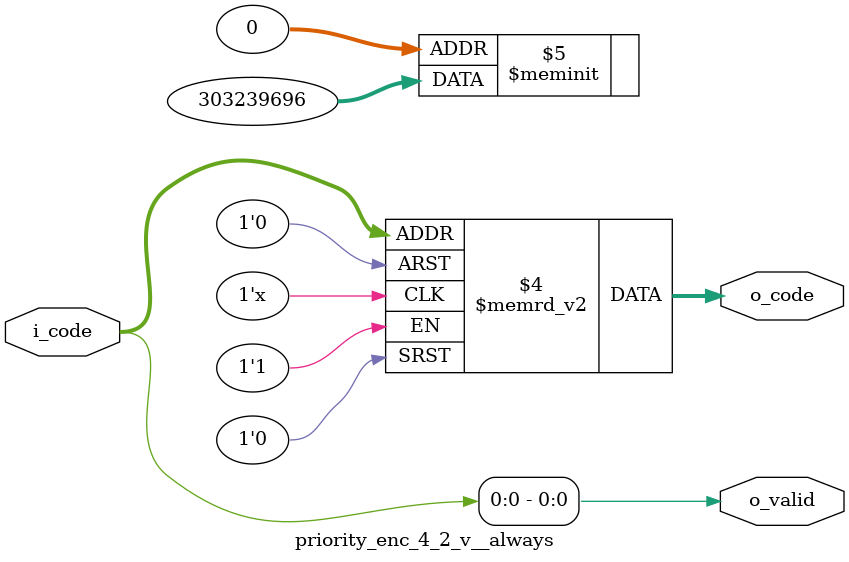
<source format=v>

module priority_enc_4_2_v__no_always
  (input  [3:0] i_code,
   output [1:0] o_code,
   output       o_valid);
   
  // line 0 hase highest priority
  assign o_code = i_code[0] ? 2'b00:
                  i_code[1] ? 2'b01:
                  i_code[2] ? 2'b10:
                  i_code[3] ? 2'b11:
                  2'b00;
                  
  assign o_valid  = i_code[0] |
                    i_code[1] |
                    i_code[2] |
                    i_code[3];
                 
endmodule


////////////////////////////////
// Using Always
////////////////////////////////
module priority_enc_4_2_v__always (
  input  [3:0] i_code,
  output reg [1:0] o_code,
  output       o_valid);
   
  always @*
    case (i_code)
      4'b0000 : o_code = 2'b00;
      4'b0001 : o_code = 2'b00;
      4'b0010 : o_code = 2'b01;
      4'b0011 : o_code = 2'b00;
      4'b0100 : o_code = 2'b10;
      4'b0101 : o_code = 2'b00;
      4'b0110 : o_code = 2'b01;
      4'b0111 : o_code = 2'b00;
      4'b1000 : o_code = 2'b11;
      4'b1001 : o_code = 2'b00;
      4'b1010 : o_code = 2'b01;
      4'b1011 : o_code = 2'b00;
      4'b1100 : o_code = 2'b10;
      4'b1101 : o_code = 2'b00;
      4'b1110 : o_code = 2'b01;
      4'b1111 : o_code = 2'b00;
    endcase
   
  assign o_valid = i_code[0];
   
   
   
   
   
  // // line 0 hase highest priority
  // assign o_code = i_code[0] ? 2'b00:
                  // i_code[1] ? 2'b01:
                  // i_code[2] ? 2'b10:
                  // i_code[3] ? 2'b11:
                  // 2'b00;
                  
  // assign o_valid  = i_code[0] |
                    // i_code[1] |
                    // i_code[2] |
                    // i_code[3];
                 
endmodule











</source>
